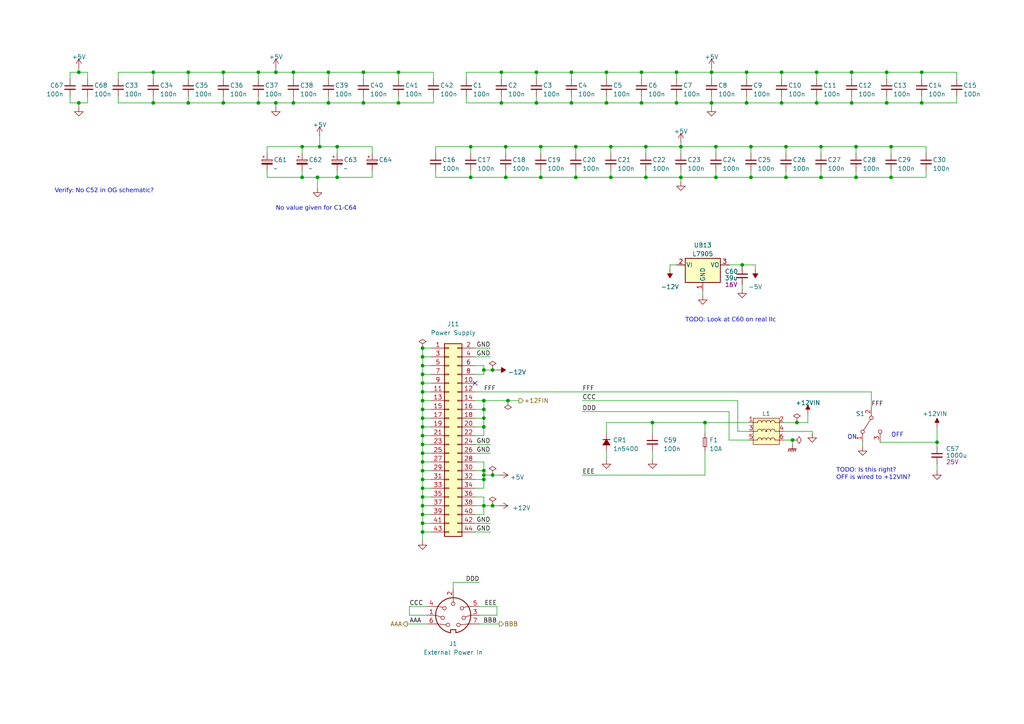
<source format=kicad_sch>
(kicad_sch (version 20230121) (generator eeschema)
  (paper "A4")
  (title_block (title "Power, Switch, Decoupling Caps") (rev "1") (company "bald.ee/bitpreserve") (comment 1 "Apple IIc"))
  (lib_symbols
    (symbol "Apple IIc Schematic Symbols:+12VIN" (power) (pin_names (offset 0))
      (property "Value" "+12VIN" (at 0 3.175 0))
      (symbol "+12VIN_1_1"
        (pin power_in line (at 0 0 90) (length 0) hide (name "+12VIN") (number "1"))
      )
    )
    (symbol "Apple IIc Schematic Symbols:Line_Filter_-_3_Element"
      (property "Reference" "L" (at -1.905 5.08 0))
      (symbol "Line_Filter_-_3_Element_1_1"
        (pin passive line (at -5.08 2.54 0) (length 1.27) (name "") (number "1"))
        (pin passive line (at 5.08 2.54 180) (length 1.27) (name "") (number "2"))
        (pin passive line (at -5.08 0 0) (length 1.27) (name "") (number "3"))
        (pin passive line (at 5.08 0 180) (length 1.27) (name "") (number "4"))
        (pin passive line (at -5.08 -2.54 0) (length 1.27) (name "") (number "5"))
        (pin passive line (at 5.08 -2.54 180) (length 1.27) (name "") (number "6"))
      )
    )
    (symbol "Connector:DIN-7" (pin_names (offset 1.016))
      (property "Reference" "J" (at 3.175 5.715 0))
      (property "Value" "DIN-7" (at 0 -6.604 0))
      (symbol "DIN-7_1_1"
        (pin passive line (at -7.62 0 0) (length 2.54) (name "~") (number "1"))
        (pin passive line (at 0 7.62 270) (length 2.54) (name "~") (number "2"))
        (pin passive line (at 7.62 0 180) (length 2.54) (name "~") (number "3"))
        (pin passive line (at -7.62 2.54 0) (length 2.54) (name "~") (number "4"))
        (pin passive line (at 7.62 2.54 180) (length 2.54) (name "~") (number "5"))
        (pin passive line (at -7.62 -2.54 0) (length 2.54) (name "~") (number "6"))
        (pin passive line (at 7.62 -2.54 180) (length 2.54) (name "~") (number "7"))
      )
    )
    (symbol "Connector_Generic:Conn_02x22_Odd_Even" (pin_names (offset 1.016) hide)
      (property "Reference" "J" (at 1.27 27.94 0))
      (property "Value" "Conn_02x22_Odd_Even" (at 1.27 -30.48 0))
      (symbol "Conn_02x22_Odd_Even_1_1"
        (pin passive line (at -5.08 25.4 0) (length 3.81) (name "Pin_1") (number "1"))
        (pin passive line (at 7.62 15.24 180) (length 3.81) (name "Pin_10") (number "10"))
        (pin passive line (at -5.08 12.7 0) (length 3.81) (name "Pin_11") (number "11"))
        (pin passive line (at 7.62 12.7 180) (length 3.81) (name "Pin_12") (number "12"))
        (pin passive line (at -5.08 10.16 0) (length 3.81) (name "Pin_13") (number "13"))
        (pin passive line (at 7.62 10.16 180) (length 3.81) (name "Pin_14") (number "14"))
        (pin passive line (at -5.08 7.62 0) (length 3.81) (name "Pin_15") (number "15"))
        (pin passive line (at 7.62 7.62 180) (length 3.81) (name "Pin_16") (number "16"))
        (pin passive line (at -5.08 5.08 0) (length 3.81) (name "Pin_17") (number "17"))
        (pin passive line (at 7.62 5.08 180) (length 3.81) (name "Pin_18") (number "18"))
        (pin passive line (at -5.08 2.54 0) (length 3.81) (name "Pin_19") (number "19"))
        (pin passive line (at 7.62 25.4 180) (length 3.81) (name "Pin_2") (number "2"))
        (pin passive line (at 7.62 2.54 180) (length 3.81) (name "Pin_20") (number "20"))
        (pin passive line (at -5.08 0 0) (length 3.81) (name "Pin_21") (number "21"))
        (pin passive line (at 7.62 0 180) (length 3.81) (name "Pin_22") (number "22"))
        (pin passive line (at -5.08 -2.54 0) (length 3.81) (name "Pin_23") (number "23"))
        (pin passive line (at 7.62 -2.54 180) (length 3.81) (name "Pin_24") (number "24"))
        (pin passive line (at -5.08 -5.08 0) (length 3.81) (name "Pin_25") (number "25"))
        (pin passive line (at 7.62 -5.08 180) (length 3.81) (name "Pin_26") (number "26"))
        (pin passive line (at -5.08 -7.62 0) (length 3.81) (name "Pin_27") (number "27"))
        (pin passive line (at 7.62 -7.62 180) (length 3.81) (name "Pin_28") (number "28"))
        (pin passive line (at -5.08 -10.16 0) (length 3.81) (name "Pin_29") (number "29"))
        (pin passive line (at -5.08 22.86 0) (length 3.81) (name "Pin_3") (number "3"))
        (pin passive line (at 7.62 -10.16 180) (length 3.81) (name "Pin_30") (number "30"))
        (pin passive line (at -5.08 -12.7 0) (length 3.81) (name "Pin_31") (number "31"))
        (pin passive line (at 7.62 -12.7 180) (length 3.81) (name "Pin_32") (number "32"))
        (pin passive line (at -5.08 -15.24 0) (length 3.81) (name "Pin_33") (number "33"))
        (pin passive line (at 7.62 -15.24 180) (length 3.81) (name "Pin_34") (number "34"))
        (pin passive line (at -5.08 -17.78 0) (length 3.81) (name "Pin_35") (number "35"))
        (pin passive line (at 7.62 -17.78 180) (length 3.81) (name "Pin_36") (number "36"))
        (pin passive line (at -5.08 -20.32 0) (length 3.81) (name "Pin_37") (number "37"))
        (pin passive line (at 7.62 -20.32 180) (length 3.81) (name "Pin_38") (number "38"))
        (pin passive line (at -5.08 -22.86 0) (length 3.81) (name "Pin_39") (number "39"))
        (pin passive line (at 7.62 22.86 180) (length 3.81) (name "Pin_4") (number "4"))
        (pin passive line (at 7.62 -22.86 180) (length 3.81) (name "Pin_40") (number "40"))
        (pin passive line (at -5.08 -25.4 0) (length 3.81) (name "Pin_41") (number "41"))
        (pin passive line (at 7.62 -25.4 180) (length 3.81) (name "Pin_42") (number "42"))
        (pin passive line (at -5.08 -27.94 0) (length 3.81) (name "Pin_43") (number "43"))
        (pin passive line (at 7.62 -27.94 180) (length 3.81) (name "Pin_44") (number "44"))
        (pin passive line (at -5.08 20.32 0) (length 3.81) (name "Pin_5") (number "5"))
        (pin passive line (at 7.62 20.32 180) (length 3.81) (name "Pin_6") (number "6"))
        (pin passive line (at -5.08 17.78 0) (length 3.81) (name "Pin_7") (number "7"))
        (pin passive line (at 7.62 17.78 180) (length 3.81) (name "Pin_8") (number "8"))
        (pin passive line (at -5.08 15.24 0) (length 3.81) (name "Pin_9") (number "9"))
      )
    )
    (symbol "Device:C_Polarized_Small" (pin_numbers hide) (pin_names (offset 0.254) hide)
      (property "Reference" "C" (at 0.254 1.778 0))
      (property "Value" "C_Polarized_Small" (at 0.254 -2.032 0))
      (symbol "C_Polarized_Small_1_1"
        (pin passive line (at 0 2.54 270) (length 1.8542) (name "~") (number "1"))
        (pin passive line (at 0 -2.54 90) (length 1.8542) (name "~") (number "2"))
      )
    )
    (symbol "Device:C_Small" (pin_numbers hide) (pin_names (offset 0.254) hide)
      (property "Reference" "C" (at 0.254 1.778 0))
      (property "Value" "C_Small" (at 0.254 -2.032 0))
      (symbol "C_Small_1_1"
        (pin passive line (at 0 2.54 270) (length 2.032) (name "~") (number "1"))
        (pin passive line (at 0 -2.54 90) (length 2.032) (name "~") (number "2"))
      )
    )
    (symbol "Device:D_Small_Filled" (pin_numbers hide) (pin_names (offset 0.254) hide)
      (property "Reference" "D" (at -1.27 2.032 0))
      (property "Value" "D_Small_Filled" (at -3.81 -2.032 0))
      (symbol "D_Small_Filled_1_1"
        (pin passive line (at -2.54 0 0) (length 1.778) (name "K") (number "1"))
        (pin passive line (at 2.54 0 180) (length 1.778) (name "A") (number "2"))
      )
    )
    (symbol "Device:Fuse_Small" (pin_numbers hide) (pin_names (offset 0.254) hide)
      (property "Reference" "F" (at 0 -1.524 0))
      (property "Value" "Fuse_Small" (at 0 1.524 0))
      (symbol "Fuse_Small_1_1"
        (pin passive line (at -2.54 0 0) (length 1.27) (name "~") (number "1"))
        (pin passive line (at 2.54 0 180) (length 1.27) (name "~") (number "2"))
      )
    )
    (symbol "Regulator_Linear:L7905" (pin_names (offset 0.254))
      (property "Reference" "U" (at -3.81 -3.175 0))
      (property "Value" "L7905" (at 0 -3.175 0))
      (symbol "L7905_1_1"
        (pin power_in line (at 0 7.62 270) (length 2.54) (name "GND") (number "1"))
        (pin power_in line (at -7.62 0 0) (length 2.54) (name "VI") (number "2"))
        (pin power_out line (at 7.62 0 180) (length 2.54) (name "VO") (number "3"))
      )
    )
    (symbol "Switch:SW_SPDT" (pin_names (offset 0) hide)
      (property "Reference" "SW" (at 0 4.318 0))
      (property "Value" "SW_SPDT" (at 0 -5.08 0))
      (symbol "SW_SPDT_1_1"
        (pin passive line (at 5.08 2.54 180) (length 2.54) (name "A") (number "1"))
        (pin passive line (at -5.08 0 0) (length 2.54) (name "B") (number "2"))
        (pin passive line (at 5.08 -2.54 180) (length 2.54) (name "C") (number "3"))
      )
    )
    (symbol "power:+12V" (power) (pin_names (offset 0))
      (property "Value" "+12V" (at 0 3.556 0))
      (symbol "+12V_1_1"
        (pin power_in line (at 0 0 90) (length 0) hide (name "+12V") (number "1"))
      )
    )
    (symbol "power:+5V" (power) (pin_names (offset 0))
      (property "Value" "+5V" (at 0 3.556 0))
      (symbol "+5V_1_1"
        (pin power_in line (at 0 0 90) (length 0) hide (name "+5V") (number "1"))
      )
    )
    (symbol "power:-12V" (power) (pin_names (offset 0))
      (property "Value" "-12V" (at 0 3.81 0))
      (symbol "-12V_0_0"
        (pin power_in line (at 0 0 90) (length 0) hide (name "-12V") (number "1"))
      )
    )
    (symbol "power:-5V" (power) (pin_names (offset 0))
      (property "Value" "-5V" (at 0 3.81 0))
      (symbol "-5V_0_0"
        (pin power_in line (at 0 0 90) (length 0) hide (name "-5V") (number "1"))
      )
    )
    (symbol "power:GND" (power) (pin_names (offset 0))
      (property "Value" "GND" (at 0 -3.81 0))
      (symbol "GND_1_1"
        (pin power_in line (at 0 0 270) (length 0) hide (name "GND") (number "1"))
      )
    )
    (symbol "power:GNDPWR" (power) (pin_names (offset 0))
      (property "Value" "GNDPWR" (at 0 -3.302 0))
      (symbol "GNDPWR_1_1"
        (pin power_in line (at 0 0 270) (length 0) hide (name "GNDPWR") (number "1"))
      )
    )
    (symbol "power:PWR_FLAG" (power) (pin_numbers hide) (pin_names (offset 0) hide)
      (property "Value" "PWR_FLAG" (at 0 3.81 0))
      (symbol "PWR_FLAG_0_0"
        (pin power_out line (at 0 0 90) (length 0) (name "pwr") (number "1"))
      )
    )
  )
  (junction (at 140.335 116.205))
  (junction (at 248.285 51.435))
  (junction (at 142.875 107.315))
  (junction (at 236.855 20.955))
  (junction (at 146.685 42.545))
  (junction (at 267.335 20.955))
  (junction (at 142.875 137.795))
  (junction (at 122.555 118.745))
  (junction (at 156.845 42.545))
  (junction (at 122.555 131.445))
  (junction (at 189.23 122.555))
  (junction (at 136.525 51.435))
  (junction (at 136.525 42.545))
  (junction (at 155.575 29.845))
  (junction (at 122.555 108.585))
  (junction (at 140.335 123.825))
  (junction (at 196.215 20.955))
  (junction (at 122.555 100.965))
  (junction (at 22.86 29.845))
  (junction (at 85.09 29.845))
  (junction (at 95.25 29.845))
  (junction (at 122.555 151.765))
  (junction (at 122.555 106.045))
  (junction (at 122.555 139.065))
  (junction (at 236.855 29.845))
  (junction (at 80.01 29.845))
  (junction (at 227.965 51.435))
  (junction (at 165.735 20.955))
  (junction (at 175.895 29.845))
  (junction (at 54.61 20.955))
  (junction (at 216.535 20.955))
  (junction (at 206.375 29.845))
  (junction (at 231.14 122.555))
  (junction (at 186.055 20.955))
  (junction (at 122.555 146.685))
  (junction (at 64.77 20.955))
  (junction (at 87.63 51.435))
  (junction (at 145.415 20.955))
  (junction (at 257.175 20.955))
  (junction (at 226.695 29.845))
  (junction (at 267.335 29.845))
  (junction (at 140.335 146.685))
  (junction (at 227.965 42.545))
  (junction (at 177.165 42.545))
  (junction (at 97.79 51.435))
  (junction (at 140.335 121.285))
  (junction (at 226.695 20.955))
  (junction (at 217.805 42.545))
  (junction (at 122.555 126.365))
  (junction (at 147.32 116.205))
  (junction (at 105.41 29.845))
  (junction (at 247.015 29.845))
  (junction (at 140.335 136.525))
  (junction (at 196.215 29.845))
  (junction (at 175.895 20.955))
  (junction (at 186.055 29.845))
  (junction (at 44.45 29.845))
  (junction (at 229.87 127.635))
  (junction (at 217.805 51.435))
  (junction (at 204.47 122.555))
  (junction (at 74.93 20.955))
  (junction (at 22.86 20.955))
  (junction (at 146.685 51.435))
  (junction (at 64.77 29.845))
  (junction (at 248.285 42.545))
  (junction (at 74.93 29.845))
  (junction (at 92.075 51.435))
  (junction (at 115.57 20.955))
  (junction (at 140.335 118.745))
  (junction (at 258.445 42.545))
  (junction (at 140.335 107.315))
  (junction (at 155.575 20.955))
  (junction (at 142.875 146.685))
  (junction (at 216.535 29.845))
  (junction (at 122.555 136.525))
  (junction (at 177.165 51.435))
  (junction (at 197.485 51.435))
  (junction (at 271.78 128.27))
  (junction (at 54.61 29.845))
  (junction (at 80.01 20.955))
  (junction (at 122.555 121.285))
  (junction (at 122.555 128.905))
  (junction (at 122.555 144.145))
  (junction (at 238.125 42.545))
  (junction (at 115.57 29.845))
  (junction (at 258.445 51.435))
  (junction (at 92.71 42.545))
  (junction (at 140.335 139.065))
  (junction (at 167.005 51.435))
  (junction (at 122.555 149.225))
  (junction (at 122.555 116.205))
  (junction (at 257.175 29.845))
  (junction (at 206.375 20.955))
  (junction (at 122.555 123.825))
  (junction (at 122.555 111.125))
  (junction (at 187.325 51.435))
  (junction (at 97.79 42.545))
  (junction (at 85.09 20.955))
  (junction (at 122.555 154.305))
  (junction (at 238.125 51.435))
  (junction (at 165.735 29.845))
  (junction (at 207.645 51.435))
  (junction (at 122.555 103.505))
  (junction (at 247.015 20.955))
  (junction (at 156.845 51.435))
  (junction (at 207.645 42.545))
  (junction (at 187.325 42.545))
  (junction (at 44.45 20.955))
  (junction (at 87.63 42.545))
  (junction (at 197.485 42.545))
  (junction (at 122.555 141.605))
  (junction (at 122.555 113.665))
  (junction (at 215.265 76.835))
  (junction (at 145.415 29.845))
  (junction (at 122.555 133.985))
  (junction (at 95.25 20.955))
  (junction (at 140.335 137.795))
  (junction (at 105.41 20.955))
  (junction (at 167.005 42.545))
  (no_connect (at 137.795 111.125))
  (wire (pts (xy 139.065 175.895) (xy 144.145 175.895)))
  (wire (pts (xy 177.165 51.435) (xy 187.325 51.435)))
  (wire (pts (xy 122.555 154.305) (xy 125.095 154.305)))
  (wire (pts (xy 34.29 20.955) (xy 44.45 20.955)))
  (wire (pts (xy 137.795 118.745) (xy 140.335 118.745)))
  (wire (pts (xy 125.73 29.845) (xy 125.73 27.94)))
  (wire (pts (xy 140.335 108.585) (xy 137.795 108.585)))
  (wire (pts (xy 226.695 20.955) (xy 236.855 20.955)))
  (wire (pts (xy 140.335 106.045) (xy 140.335 107.315)))
  (wire (pts (xy 22.86 20.955) (xy 25.4 20.955)))
  (wire (pts (xy 122.555 126.365) (xy 125.095 126.365)))
  (wire (pts (xy 167.005 51.435) (xy 177.165 51.435)))
  (wire (pts (xy 126.365 49.53) (xy 126.365 51.435)))
  (wire (pts (xy 137.795 116.205) (xy 140.335 116.205)))
  (wire (pts (xy 20.32 20.955) (xy 22.86 20.955)))
  (wire (pts (xy 122.555 108.585) (xy 122.555 111.125)))
  (wire (pts (xy 122.555 133.985) (xy 122.555 136.525)))
  (wire (pts (xy 229.87 127.635) (xy 229.87 128.905)))
  (wire (pts (xy 255.27 128.27) (xy 271.78 128.27)))
  (wire (pts (xy 118.745 175.895) (xy 118.745 178.435)))
  (wire (pts (xy 92.71 42.545) (xy 97.79 42.545)))
  (wire (pts (xy 122.555 100.965) (xy 125.095 100.965)))
  (wire (pts (xy 177.165 42.545) (xy 187.325 42.545)))
  (wire (pts (xy 92.075 51.435) (xy 97.79 51.435)))
  (wire (pts (xy 122.555 139.065) (xy 122.555 141.605)))
  (wire (pts (xy 44.45 29.845) (xy 54.61 29.845)))
  (wire (pts (xy 105.41 29.845) (xy 105.41 27.94)))
  (wire (pts (xy 25.4 29.845) (xy 25.4 27.94)))
  (wire (pts (xy 204.47 122.555) (xy 189.23 122.555)))
  (wire (pts (xy 64.77 29.845) (xy 74.93 29.845)))
  (wire (pts (xy 118.745 178.435) (xy 123.825 178.435)))
  (wire (pts (xy 216.535 29.845) (xy 226.695 29.845)))
  (wire (pts (xy 92.71 39.37) (xy 92.71 42.545)))
  (wire (pts (xy 187.325 51.435) (xy 197.485 51.435)))
  (wire (pts (xy 211.455 127.635) (xy 211.455 119.38)))
  (wire (pts (xy 122.555 128.905) (xy 125.095 128.905)))
  (wire (pts (xy 122.555 146.685) (xy 122.555 149.225)))
  (wire (pts (xy 155.575 20.955) (xy 155.575 22.86)))
  (wire (pts (xy 105.41 20.955) (xy 115.57 20.955)))
  (wire (pts (xy 136.525 51.435) (xy 146.685 51.435)))
  (wire (pts (xy 95.25 29.845) (xy 95.25 27.94)))
  (wire (pts (xy 165.735 20.955) (xy 175.895 20.955)))
  (wire (pts (xy 142.875 146.685) (xy 144.78 146.685)))
  (wire (pts (xy 197.485 42.545) (xy 207.645 42.545)))
  (wire (pts (xy 131.445 168.91) (xy 139.065 168.91)))
  (wire (pts (xy 122.555 123.825) (xy 122.555 126.365)))
  (wire (pts (xy 145.415 20.955) (xy 145.415 22.86)))
  (wire (pts (xy 140.335 107.315) (xy 142.875 107.315)))
  (wire (pts (xy 122.555 139.065) (xy 125.095 139.065)))
  (wire (pts (xy 186.055 29.845) (xy 196.215 29.845)))
  (wire (pts (xy 122.555 106.045) (xy 122.555 108.585)))
  (wire (pts (xy 85.09 29.845) (xy 85.09 27.94)))
  (wire (pts (xy 137.795 133.985) (xy 140.335 133.985)))
  (wire (pts (xy 97.79 42.545) (xy 97.79 44.45)))
  (wire (pts (xy 145.415 20.955) (xy 155.575 20.955)))
  (wire (pts (xy 216.535 20.955) (xy 226.695 20.955)))
  (wire (pts (xy 122.555 116.205) (xy 122.555 118.745)))
  (wire (pts (xy 175.895 20.955) (xy 186.055 20.955)))
  (wire (pts (xy 126.365 42.545) (xy 126.365 44.45)))
  (wire (pts (xy 34.29 29.845) (xy 34.29 27.94)))
  (wire (pts (xy 175.895 130.81) (xy 175.895 133.35)))
  (wire (pts (xy 64.77 20.955) (xy 64.77 22.86)))
  (wire (pts (xy 122.555 151.765) (xy 122.555 154.305)))
  (wire (pts (xy 140.335 141.605) (xy 140.335 139.065)))
  (wire (pts (xy 137.795 113.665) (xy 252.73 113.665)))
  (wire (pts (xy 122.555 111.125) (xy 125.095 111.125)))
  (wire (pts (xy 135.255 29.845) (xy 145.415 29.845)))
  (wire (pts (xy 140.335 116.205) (xy 147.32 116.205)))
  (wire (pts (xy 247.015 20.955) (xy 257.175 20.955)))
  (wire (pts (xy 227.33 122.555) (xy 231.14 122.555)))
  (wire (pts (xy 277.495 20.955) (xy 277.495 22.86)))
  (wire (pts (xy 115.57 20.955) (xy 115.57 22.86)))
  (wire (pts (xy 137.795 121.285) (xy 140.335 121.285)))
  (wire (pts (xy 131.445 170.815) (xy 131.445 168.91)))
  (wire (pts (xy 122.555 106.045) (xy 125.095 106.045)))
  (wire (pts (xy 122.555 123.825) (xy 125.095 123.825)))
  (wire (pts (xy 197.485 51.435) (xy 207.645 51.435)))
  (wire (pts (xy 207.645 42.545) (xy 207.645 44.45)))
  (wire (pts (xy 122.555 121.285) (xy 125.095 121.285)))
  (wire (pts (xy 204.47 122.555) (xy 204.47 125.73)))
  (wire (pts (xy 217.17 122.555) (xy 204.47 122.555)))
  (wire (pts (xy 140.335 146.685) (xy 140.335 149.225)))
  (wire (pts (xy 118.11 180.975) (xy 123.825 180.975)))
  (wire (pts (xy 189.23 130.81) (xy 189.23 133.35)))
  (wire (pts (xy 156.845 51.435) (xy 167.005 51.435)))
  (wire (pts (xy 140.335 107.315) (xy 140.335 108.585)))
  (wire (pts (xy 156.845 42.545) (xy 156.845 44.45)))
  (wire (pts (xy 122.555 141.605) (xy 125.095 141.605)))
  (wire (pts (xy 215.265 76.835) (xy 219.075 76.835)))
  (wire (pts (xy 122.555 118.745) (xy 125.095 118.745)))
  (wire (pts (xy 142.875 137.795) (xy 140.335 137.795)))
  (wire (pts (xy 226.695 29.845) (xy 236.855 29.845)))
  (wire (pts (xy 144.78 180.975) (xy 139.065 180.975)))
  (wire (pts (xy 236.855 29.845) (xy 247.015 29.845)))
  (wire (pts (xy 177.165 49.53) (xy 177.165 51.435)))
  (wire (pts (xy 175.895 29.845) (xy 186.055 29.845)))
  (wire (pts (xy 227.965 42.545) (xy 227.965 44.45)))
  (wire (pts (xy 74.93 29.845) (xy 74.93 27.94)))
  (wire (pts (xy 194.31 76.835) (xy 194.31 78.105)))
  (wire (pts (xy 267.335 29.845) (xy 277.495 29.845)))
  (wire (pts (xy 206.375 19.685) (xy 206.375 20.955)))
  (wire (pts (xy 207.645 42.545) (xy 217.805 42.545)))
  (wire (pts (xy 234.315 122.555) (xy 234.315 120.015)))
  (wire (pts (xy 22.86 29.845) (xy 25.4 29.845)))
  (wire (pts (xy 122.555 141.605) (xy 122.555 144.145)))
  (wire (pts (xy 238.125 42.545) (xy 248.285 42.545)))
  (wire (pts (xy 268.605 42.545) (xy 268.605 44.45)))
  (wire (pts (xy 268.605 51.435) (xy 268.605 49.53)))
  (wire (pts (xy 215.265 76.835) (xy 215.265 77.47)))
  (wire (pts (xy 54.61 20.955) (xy 54.61 22.86)))
  (wire (pts (xy 122.555 151.765) (xy 125.095 151.765)))
  (wire (pts (xy 144.78 137.795) (xy 142.875 137.795)))
  (wire (pts (xy 122.555 111.125) (xy 122.555 113.665)))
  (wire (pts (xy 107.95 49.53) (xy 107.95 51.435)))
  (wire (pts (xy 267.335 27.94) (xy 267.335 29.845)))
  (wire (pts (xy 248.285 51.435) (xy 258.445 51.435)))
  (wire (pts (xy 20.32 27.94) (xy 20.32 29.845)))
  (wire (pts (xy 146.685 42.545) (xy 146.685 44.45)))
  (wire (pts (xy 25.4 20.955) (xy 25.4 22.86)))
  (wire (pts (xy 271.78 128.27) (xy 271.78 129.54)))
  (wire (pts (xy 34.29 20.955) (xy 34.29 22.86)))
  (wire (pts (xy 74.93 29.845) (xy 80.01 29.845)))
  (wire (pts (xy 125.73 20.955) (xy 125.73 22.86)))
  (wire (pts (xy 77.47 42.545) (xy 77.47 44.45)))
  (wire (pts (xy 187.325 49.53) (xy 187.325 51.435)))
  (wire (pts (xy 196.215 20.955) (xy 196.215 22.86)))
  (wire (pts (xy 250.19 128.27) (xy 250.19 129.54)))
  (wire (pts (xy 87.63 49.53) (xy 87.63 51.435)))
  (wire (pts (xy 44.45 20.955) (xy 44.45 22.86)))
  (wire (pts (xy 167.005 42.545) (xy 167.005 44.45)))
  (wire (pts (xy 236.855 20.955) (xy 236.855 22.86)))
  (wire (pts (xy 97.79 51.435) (xy 107.95 51.435)))
  (wire (pts (xy 126.365 42.545) (xy 136.525 42.545)))
  (wire (pts (xy 97.79 42.545) (xy 107.95 42.545)))
  (wire (pts (xy 167.005 49.53) (xy 167.005 51.435)))
  (wire (pts (xy 115.57 20.955) (xy 125.73 20.955)))
  (wire (pts (xy 135.255 20.955) (xy 145.415 20.955)))
  (wire (pts (xy 247.015 29.845) (xy 257.175 29.845)))
  (wire (pts (xy 168.91 116.205) (xy 213.995 116.205)))
  (wire (pts (xy 64.77 20.955) (xy 74.93 20.955)))
  (wire (pts (xy 34.29 29.845) (xy 44.45 29.845)))
  (wire (pts (xy 236.855 20.955) (xy 247.015 20.955)))
  (wire (pts (xy 277.495 29.845) (xy 277.495 27.94)))
  (wire (pts (xy 137.795 151.765) (xy 142.24 151.765)))
  (wire (pts (xy 140.335 146.685) (xy 142.875 146.685)))
  (wire (pts (xy 95.25 29.845) (xy 105.41 29.845)))
  (wire (pts (xy 122.555 149.225) (xy 125.095 149.225)))
  (wire (pts (xy 155.575 29.845) (xy 165.735 29.845)))
  (wire (pts (xy 95.25 20.955) (xy 105.41 20.955)))
  (wire (pts (xy 258.445 51.435) (xy 268.605 51.435)))
  (wire (pts (xy 217.805 42.545) (xy 217.805 44.45)))
  (wire (pts (xy 197.485 41.275) (xy 197.485 42.545)))
  (wire (pts (xy 206.375 29.845) (xy 206.375 31.115)))
  (wire (pts (xy 137.795 139.065) (xy 140.335 139.065)))
  (wire (pts (xy 137.795 154.305) (xy 142.24 154.305)))
  (wire (pts (xy 142.875 107.315) (xy 144.145 107.315)))
  (wire (pts (xy 107.95 42.545) (xy 107.95 44.45)))
  (wire (pts (xy 137.795 103.505) (xy 142.24 103.505)))
  (wire (pts (xy 189.23 122.555) (xy 175.895 122.555)))
  (wire (pts (xy 74.93 20.955) (xy 80.01 20.955)))
  (wire (pts (xy 140.335 136.525) (xy 140.335 137.795)))
  (wire (pts (xy 64.77 29.845) (xy 64.77 27.94)))
  (wire (pts (xy 238.125 42.545) (xy 238.125 44.45)))
  (wire (pts (xy 236.855 27.94) (xy 236.855 29.845)))
  (wire (pts (xy 257.175 27.94) (xy 257.175 29.845)))
  (wire (pts (xy 87.63 42.545) (xy 87.63 44.45)))
  (wire (pts (xy 20.32 20.955) (xy 20.32 22.86)))
  (wire (pts (xy 156.845 42.545) (xy 167.005 42.545)))
  (wire (pts (xy 85.09 20.955) (xy 95.25 20.955)))
  (wire (pts (xy 186.055 20.955) (xy 196.215 20.955)))
  (wire (pts (xy 196.215 76.835) (xy 194.31 76.835)))
  (wire (pts (xy 87.63 51.435) (xy 92.075 51.435)))
  (wire (pts (xy 122.555 121.285) (xy 122.555 123.825)))
  (wire (pts (xy 186.055 27.94) (xy 186.055 29.845)))
  (wire (pts (xy 238.125 51.435) (xy 248.285 51.435)))
  (wire (pts (xy 92.075 51.435) (xy 92.075 54.61)))
  (wire (pts (xy 140.335 123.825) (xy 140.335 126.365)))
  (wire (pts (xy 122.555 126.365) (xy 122.555 128.905)))
  (wire (pts (xy 146.685 49.53) (xy 146.685 51.435)))
  (wire (pts (xy 137.795 141.605) (xy 140.335 141.605)))
  (wire (pts (xy 95.25 20.955) (xy 95.25 22.86)))
  (wire (pts (xy 77.47 49.53) (xy 77.47 51.435)))
  (wire (pts (xy 186.055 20.955) (xy 186.055 22.86)))
  (wire (pts (xy 147.32 116.205) (xy 150.495 116.205)))
  (wire (pts (xy 140.335 144.145) (xy 140.335 146.685)))
  (wire (pts (xy 137.795 149.225) (xy 140.335 149.225)))
  (wire (pts (xy 115.57 29.845) (xy 115.57 27.94)))
  (wire (pts (xy 122.555 131.445) (xy 122.555 133.985)))
  (wire (pts (xy 248.285 49.53) (xy 248.285 51.435)))
  (wire (pts (xy 271.78 134.62) (xy 271.78 136.525)))
  (wire (pts (xy 204.47 130.81) (xy 204.47 137.795)))
  (wire (pts (xy 211.455 76.835) (xy 215.265 76.835)))
  (wire (pts (xy 247.015 20.955) (xy 247.015 22.86)))
  (wire (pts (xy 135.255 20.955) (xy 135.255 22.86)))
  (wire (pts (xy 85.09 29.845) (xy 95.25 29.845)))
  (wire (pts (xy 122.555 103.505) (xy 125.095 103.505)))
  (wire (pts (xy 140.335 121.285) (xy 140.335 123.825)))
  (wire (pts (xy 145.415 27.94) (xy 145.415 29.845)))
  (wire (pts (xy 165.735 29.845) (xy 175.895 29.845)))
  (wire (pts (xy 105.41 29.845) (xy 115.57 29.845)))
  (wire (pts (xy 122.555 144.145) (xy 125.095 144.145)))
  (wire (pts (xy 227.33 127.635) (xy 229.87 127.635)))
  (wire (pts (xy 216.535 27.94) (xy 216.535 29.845)))
  (wire (pts (xy 196.215 27.94) (xy 196.215 29.845)))
  (wire (pts (xy 122.555 108.585) (xy 125.095 108.585)))
  (wire (pts (xy 122.555 113.665) (xy 122.555 116.205)))
  (wire (pts (xy 257.175 20.955) (xy 267.335 20.955)))
  (wire (pts (xy 77.47 42.545) (xy 87.63 42.545)))
  (wire (pts (xy 155.575 20.955) (xy 165.735 20.955)))
  (wire (pts (xy 167.005 42.545) (xy 177.165 42.545)))
  (wire (pts (xy 122.555 100.965) (xy 122.555 103.505)))
  (wire (pts (xy 137.795 126.365) (xy 140.335 126.365)))
  (wire (pts (xy 80.01 19.685) (xy 80.01 20.955)))
  (wire (pts (xy 115.57 29.845) (xy 125.73 29.845)))
  (wire (pts (xy 258.445 49.53) (xy 258.445 51.435)))
  (wire (pts (xy 54.61 20.955) (xy 64.77 20.955)))
  (wire (pts (xy 122.555 136.525) (xy 122.555 139.065)))
  (wire (pts (xy 217.805 51.435) (xy 227.965 51.435)))
  (wire (pts (xy 146.685 51.435) (xy 156.845 51.435)))
  (wire (pts (xy 137.795 100.965) (xy 142.24 100.965)))
  (wire (pts (xy 74.93 20.955) (xy 74.93 22.86)))
  (wire (pts (xy 80.01 29.845) (xy 80.01 31.115)))
  (wire (pts (xy 20.32 29.845) (xy 22.86 29.845)))
  (wire (pts (xy 80.01 20.955) (xy 85.09 20.955)))
  (wire (pts (xy 177.165 42.545) (xy 177.165 44.45)))
  (wire (pts (xy 122.555 131.445) (xy 125.095 131.445)))
  (wire (pts (xy 213.995 116.205) (xy 213.995 125.095)))
  (wire (pts (xy 122.555 146.685) (xy 125.095 146.685)))
  (wire (pts (xy 207.645 51.435) (xy 217.805 51.435)))
  (wire (pts (xy 197.485 51.435) (xy 197.485 52.705)))
  (wire (pts (xy 136.525 42.545) (xy 146.685 42.545)))
  (wire (pts (xy 207.645 49.53) (xy 207.645 51.435)))
  (wire (pts (xy 137.795 128.905) (xy 142.24 128.905)))
  (wire (pts (xy 203.835 84.455) (xy 203.835 85.725)))
  (wire (pts (xy 137.795 146.685) (xy 140.335 146.685)))
  (wire (pts (xy 226.695 20.955) (xy 226.695 22.86)))
  (wire (pts (xy 267.335 20.955) (xy 277.495 20.955)))
  (wire (pts (xy 122.555 128.905) (xy 122.555 131.445)))
  (wire (pts (xy 155.575 27.94) (xy 155.575 29.845)))
  (wire (pts (xy 122.555 149.225) (xy 122.555 151.765)))
  (wire (pts (xy 271.78 123.825) (xy 271.78 128.27)))
  (wire (pts (xy 213.995 125.095) (xy 217.17 125.095)))
  (wire (pts (xy 206.375 27.94) (xy 206.375 29.845)))
  (wire (pts (xy 156.845 49.53) (xy 156.845 51.435)))
  (wire (pts (xy 168.91 137.795) (xy 204.47 137.795)))
  (wire (pts (xy 206.375 20.955) (xy 206.375 22.86)))
  (wire (pts (xy 216.535 20.955) (xy 216.535 22.86)))
  (wire (pts (xy 187.325 42.545) (xy 187.325 44.45)))
  (wire (pts (xy 175.895 122.555) (xy 175.895 125.73)))
  (wire (pts (xy 217.805 49.53) (xy 217.805 51.435)))
  (wire (pts (xy 122.555 154.305) (xy 122.555 156.845)))
  (wire (pts (xy 97.79 49.53) (xy 97.79 51.435)))
  (wire (pts (xy 122.555 116.205) (xy 125.095 116.205)))
  (wire (pts (xy 140.335 137.795) (xy 140.335 139.065)))
  (wire (pts (xy 140.335 133.985) (xy 140.335 136.525)))
  (wire (pts (xy 136.525 42.545) (xy 136.525 44.45)))
  (wire (pts (xy 136.525 49.53) (xy 136.525 51.435)))
  (wire (pts (xy 175.895 27.94) (xy 175.895 29.845)))
  (wire (pts (xy 267.335 20.955) (xy 267.335 22.86)))
  (wire (pts (xy 144.145 175.895) (xy 144.145 178.435)))
  (wire (pts (xy 44.45 29.845) (xy 44.45 27.94)))
  (wire (pts (xy 87.63 42.545) (xy 92.71 42.545)))
  (wire (pts (xy 227.965 42.545) (xy 238.125 42.545)))
  (wire (pts (xy 206.375 20.955) (xy 216.535 20.955)))
  (wire (pts (xy 85.09 20.955) (xy 85.09 22.86)))
  (wire (pts (xy 122.555 144.145) (xy 122.555 146.685)))
  (wire (pts (xy 140.335 116.205) (xy 140.335 118.745)))
  (wire (pts (xy 105.41 20.955) (xy 105.41 22.86)))
  (wire (pts (xy 215.265 82.55) (xy 215.265 83.82)))
  (wire (pts (xy 252.73 113.665) (xy 252.73 118.11)))
  (wire (pts (xy 145.415 29.845) (xy 155.575 29.845)))
  (wire (pts (xy 235.585 125.095) (xy 235.585 125.73)))
  (wire (pts (xy 258.445 42.545) (xy 268.605 42.545)))
  (wire (pts (xy 168.91 119.38) (xy 211.455 119.38)))
  (wire (pts (xy 227.965 51.435) (xy 238.125 51.435)))
  (wire (pts (xy 122.555 136.525) (xy 125.095 136.525)))
  (wire (pts (xy 122.555 103.505) (xy 122.555 106.045)))
  (wire (pts (xy 122.555 133.985) (xy 125.095 133.985)))
  (wire (pts (xy 140.335 118.745) (xy 140.335 121.285)))
  (wire (pts (xy 135.255 27.94) (xy 135.255 29.845)))
  (wire (pts (xy 206.375 29.845) (xy 216.535 29.845)))
  (wire (pts (xy 217.805 42.545) (xy 227.965 42.545)))
  (wire (pts (xy 22.86 19.685) (xy 22.86 20.955)))
  (wire (pts (xy 54.61 29.845) (xy 54.61 27.94)))
  (wire (pts (xy 258.445 42.545) (xy 258.445 44.45)))
  (wire (pts (xy 187.325 42.545) (xy 197.485 42.545)))
  (wire (pts (xy 137.795 136.525) (xy 140.335 136.525)))
  (wire (pts (xy 165.735 20.955) (xy 165.735 22.86)))
  (wire (pts (xy 248.285 42.545) (xy 258.445 42.545)))
  (wire (pts (xy 137.795 131.445) (xy 142.24 131.445)))
  (wire (pts (xy 54.61 29.845) (xy 64.77 29.845)))
  (wire (pts (xy 217.17 127.635) (xy 211.455 127.635)))
  (wire (pts (xy 197.485 49.53) (xy 197.485 51.435)))
  (wire (pts (xy 123.825 175.895) (xy 118.745 175.895)))
  (wire (pts (xy 144.145 178.435) (xy 139.065 178.435)))
  (wire (pts (xy 77.47 51.435) (xy 87.63 51.435)))
  (wire (pts (xy 231.14 122.555) (xy 234.315 122.555)))
  (wire (pts (xy 44.45 20.955) (xy 54.61 20.955)))
  (wire (pts (xy 137.795 144.145) (xy 140.335 144.145)))
  (wire (pts (xy 122.555 118.745) (xy 122.555 121.285)))
  (wire (pts (xy 175.895 20.955) (xy 175.895 22.86)))
  (wire (pts (xy 165.735 27.94) (xy 165.735 29.845)))
  (wire (pts (xy 146.685 42.545) (xy 156.845 42.545)))
  (wire (pts (xy 257.175 29.845) (xy 267.335 29.845)))
  (wire (pts (xy 248.285 42.545) (xy 248.285 44.45)))
  (wire (pts (xy 238.125 49.53) (xy 238.125 51.435)))
  (wire (pts (xy 80.01 29.845) (xy 85.09 29.845)))
  (wire (pts (xy 22.86 29.845) (xy 22.86 31.115)))
  (wire (pts (xy 137.795 123.825) (xy 140.335 123.825)))
  (wire (pts (xy 226.695 27.94) (xy 226.695 29.845)))
  (wire (pts (xy 189.23 122.555) (xy 189.23 125.73)))
  (wire (pts (xy 126.365 51.435) (xy 136.525 51.435)))
  (wire (pts (xy 219.075 76.835) (xy 219.075 78.105)))
  (wire (pts (xy 257.175 20.955) (xy 257.175 22.86)))
  (wire (pts (xy 122.555 113.665) (xy 125.095 113.665)))
  (wire (pts (xy 227.33 125.095) (xy 235.585 125.095)))
  (wire (pts (xy 137.795 106.045) (xy 140.335 106.045)))
  (wire (pts (xy 196.215 29.845) (xy 206.375 29.845)))
  (wire (pts (xy 247.015 27.94) (xy 247.015 29.845)))
  (wire (pts (xy 196.215 20.955) (xy 206.375 20.955)))
  (wire (pts (xy 227.965 49.53) (xy 227.965 51.435)))
  (wire (pts (xy 197.485 42.545) (xy 197.485 44.45)))
  (text "ON" (at 245.745 127.635 0) (effects (font (size 1.27 1.27)) (justify left bottom)))
  (text "No value given for C1-C64" (at 80.01 61.595 0) (effects (font (size 1.27 1.27)) (justify left bottom)))
  (text "OFF" (at 258.445 127 0) (effects (font (size 1.27 1.27)) (justify left bottom)))
  (text "TODO: Is this right? \nOFF is wired to +12VIN?" (at 242.57 139.7 0) (effects (font (size 1.27 1.27)) (justify left bottom)))
  (text "TODO: Look at C60 on real IIc" (at 198.755 93.98 0) (effects (font (size 1.27 1.27)) (justify left bottom)))
  (text "Verify: No C52 in OG schematic?" (at 15.875 56.515 0) (effects (font (size 1.27 1.27)) (justify left bottom)))
  (label "EEE" (at 168.91 137.795 0))
  (label "GND" (at 142.24 128.905 180))
  (label "DDD" (at 168.91 119.38 0))
  (label "AAA" (at 118.745 180.975 0))
  (label "FFF" (at 252.73 118.11 0))
  (label "BBB" (at 144.145 180.975 180))
  (label "EEE" (at 144.145 175.895 180))
  (label "GND" (at 142.24 100.965 180))
  (label "CCC" (at 118.745 175.895 0))
  (label "GND" (at 142.24 131.445 180))
  (label "CCC" (at 168.91 116.205 0))
  (label "FFF" (at 168.91 113.665 0))
  (label "DDD" (at 139.065 168.91 180))
  (label "FFF" (at 140.335 113.665 0))
  (label "GND" (at 142.24 151.765 180))
  (label "GND" (at 142.24 154.305 180))
  (label "GND" (at 142.24 103.505 180))
  (hierarchical_label "AAA" (shape output) (at 118.11 180.975 180))
  (hierarchical_label "+12FIN" (shape output) (at 150.495 116.205 0))
  (hierarchical_label "BBB" (shape output) (at 144.78 180.975 0))
  (symbol (lib_id "power:+5V") (at 22.86 19.685 0) (unit 1)
    (property "Reference" "#PWR080" (effects hide))
    (property "Value" "+5V" (at 22.86 16.51 0))
  )
  (symbol (lib_id "Device:C_Small") (at 54.61 25.4 0) (unit 1)
    (property "Reference" "C35" (at 56.515 24.765 0) (effects (justify left)))
    (property "Value" "100n" (at 56.515 27.305 0) (effects (justify left)))
  )
  (symbol (lib_id "Device:C_Small") (at 277.495 25.4 0) (unit 1)
    (property "Reference" "C15" (at 279.4 24.765 0) (effects (justify left)))
    (property "Value" "100n" (at 279.4 27.305 0) (effects (justify left)))
  )
  (symbol (lib_id "Device:C_Small") (at 74.93 25.4 0) (unit 1)
    (property "Reference" "C37" (at 76.835 24.765 0) (effects (justify left)))
    (property "Value" "100n" (at 76.835 27.305 0) (effects (justify left)))
  )
  (symbol (lib_id "Device:C_Polarized_Small") (at 107.95 46.99 0) (unit 1)
    (property "Reference" "C64" (at 109.855 46.355 0) (effects (justify left)))
  )
  (symbol (lib_id "Device:C_Small") (at 34.29 25.4 0) (unit 1)
    (property "Reference" "C33" (at 36.195 24.765 0) (effects (justify left)))
    (property "Value" "100n" (at 36.195 27.305 0) (effects (justify left)))
  )
  (symbol (lib_id "Connector:DIN-7") (at 131.445 178.435 0) (unit 1)
    (property "Reference" "J1" (at 131.4451 186.69 0))
    (property "Value" "External Power In" (at 131.4451 189.23 0))
    (property "Datasheet" "http://www.mouser.com/ds/2/18/40_c091_abd_e-75918.pdf" (effects hide))
  )
  (symbol (lib_id "Device:C_Small") (at 207.645 46.99 0) (unit 1)
    (property "Reference" "C24" (at 209.55 46.355 0) (effects (justify left)))
    (property "Value" "100n" (at 209.55 48.895 0) (effects (justify left)))
  )
  (symbol (lib_id "Device:C_Small") (at 226.695 25.4 0) (unit 1)
    (property "Reference" "C10" (at 228.6 24.765 0) (effects (justify left)))
    (property "Value" "100n" (at 228.6 27.305 0) (effects (justify left)))
  )
  (symbol (lib_id "power:GND") (at 203.835 85.725 0) (unit 1)
    (property "Reference" "#PWR049" (effects hide))
    (property "Value" "GND" (effects hide))
    (instances (project "Apple IIc" (path "" (reference "#PWR049") (unit 1)) (path "" (reference "#PWR048") (unit 1))))
  )
  (symbol (lib_id "Device:C_Small") (at 236.855 25.4 0) (unit 1)
    (property "Reference" "C11" (at 238.76 24.765 0) (effects (justify left)))
    (property "Value" "100n" (at 238.76 27.305 0) (effects (justify left)))
  )
  (symbol (lib_id "power:PWR_FLAG") (at 122.555 100.965 0) (unit 1)
    (property "Reference" "#FLG03" (effects hide))
    (property "Value" "PWR_FLAG" (effects hide))
  )
  (symbol (lib_id "Device:C_Small") (at 238.125 46.99 0) (unit 1)
    (property "Reference" "C27" (at 240.03 46.355 0) (effects (justify left)))
    (property "Value" "100n" (at 240.03 48.895 0) (effects (justify left)))
  )
  (symbol (lib_id "Device:C_Small") (at 187.325 46.99 0) (unit 1)
    (property "Reference" "C22" (at 189.23 46.355 0) (effects (justify left)))
    (property "Value" "100n" (at 189.23 48.895 0) (effects (justify left)))
  )
  (symbol (lib_id "Device:C_Small") (at 189.23 128.27 0) (unit 1)
    (property "Reference" "C59" (at 192.405 127.6413 0) (effects (justify left)))
    (property "Value" "100n" (at 192.405 130.1813 0) (effects (justify left)))
    (instances (project "Apple IIc" (path "" (reference "C59") (unit 1)) (path "" (reference "C48") (unit 1))))
  )
  (symbol (lib_id "Device:C_Small") (at 115.57 25.4 0) (unit 1)
    (property "Reference" "C41" (at 117.475 24.765 0) (effects (justify left)))
    (property "Value" "100n" (at 117.475 27.305 0) (effects (justify left)))
  )
  (symbol (lib_id "Device:C_Small") (at 165.735 25.4 0) (unit 1)
    (property "Reference" "C4" (at 167.64 24.765 0) (effects (justify left)))
    (property "Value" "100n" (at 167.64 27.305 0) (effects (justify left)))
  )
  (symbol (lib_id "Device:C_Small") (at 186.055 25.4 0) (unit 1)
    (property "Reference" "C6" (at 187.96 24.765 0) (effects (justify left)))
    (property "Value" "100n" (at 187.96 27.305 0) (effects (justify left)))
  )
  (symbol (lib_id "Device:C_Small") (at 248.285 46.99 0) (unit 1)
    (property "Reference" "C28" (at 250.19 46.355 0) (effects (justify left)))
    (property "Value" "100n" (at 250.19 48.895 0) (effects (justify left)))
  )
  (symbol (lib_id "Device:C_Small") (at 177.165 46.99 0) (unit 1)
    (property "Reference" "C21" (at 179.07 46.355 0) (effects (justify left)))
    (property "Value" "100n" (at 179.07 48.895 0) (effects (justify left)))
  )
  (symbol (lib_id "power:-5V") (at 219.075 78.105 180) (unit 1)
    (property "Reference" "#PWR048" (effects hide))
    (property "Value" "-5V" (at 219.075 83.185 0))
    (instances (project "Apple IIc" (path "" (reference "#PWR048") (unit 1)) (path "" (reference "#PWR050") (unit 1))))
  )
  (symbol (lib_id "Device:Fuse_Small") (at 204.47 128.27 90) (unit 1)
    (property "Reference" "F1" (at 205.74 127.635 90) (effects (justify right)))
    (property "Value" "10A" (at 205.74 130.175 90) (effects (justify right)))
  )
  (symbol (lib_id "Device:C_Polarized_Small") (at 87.63 46.99 0) (unit 1)
    (property "Reference" "C62" (at 89.535 46.355 0) (effects (justify left)))
    (property "Value" "~" (at 89.535 48.895 0) (effects (justify left)))
  )
  (symbol (lib_id "power:GND") (at 122.555 156.845 0) (unit 1)
    (property "Reference" "#PWR0157" (effects hide))
    (property "Value" "GND" (effects hide))
  )
  (symbol (lib_id "power:GND") (at 197.485 52.705 0) (unit 1)
    (property "Reference" "#PWR076" (effects hide))
    (property "Value" "GND" (effects hide))
  )
  (symbol (lib_id "Apple IIc Schematic Symbols:Line_Filter_-_3_Element") (at 222.25 125.095 0) (unit 1)
    (property "Reference" "L1" (at 222.25 120.015 0))
    (property "Value" "~" (at 222.25 125.095 0))
  )
  (symbol (lib_id "Device:C_Small") (at 135.255 25.4 0) (unit 1)
    (property "Reference" "C1" (at 137.16 24.765 0) (effects (justify left)))
    (property "Value" "100n" (at 137.16 27.305 0) (effects (justify left)))
  )
  (symbol (lib_id "power:GND") (at 80.01 31.115 0) (unit 1)
    (property "Reference" "#PWR078" (effects hide))
    (property "Value" "GND" (effects hide))
  )
  (symbol (lib_id "power:GND") (at 189.23 133.35 0) (unit 1)
    (property "Reference" "#PWR043" (effects hide))
    (property "Value" "GND" (effects hide))
    (instances (project "Apple IIc" (path "" (reference "#PWR043") (unit 1)) (path "" (reference "#PWR040") (unit 1))))
  )
  (symbol (lib_id "Device:C_Small") (at 196.215 25.4 0) (unit 1)
    (property "Reference" "C7" (at 198.12 24.765 0) (effects (justify left)))
    (property "Value" "100n" (at 198.12 27.305 0) (effects (justify left)))
  )
  (symbol (lib_id "power:GND") (at 235.585 125.73 0) (unit 1)
    (property "Reference" "#PWR040" (effects hide))
    (property "Value" "GND" (effects hide))
    (instances (project "Apple IIc" (path "" (reference "#PWR040") (unit 1)) (path "" (reference "#PWR043") (unit 1))))
  )
  (symbol (lib_id "Device:C_Small") (at 146.685 46.99 0) (unit 1)
    (property "Reference" "C18" (at 148.59 46.355 0) (effects (justify left)))
    (property "Value" "100n" (at 148.59 48.895 0) (effects (justify left)))
  )
  (symbol (lib_id "power:-12V") (at 144.145 107.315 270) (unit 1)
    (property "Reference" "#PWR0160" (effects hide))
    (property "Value" "-12V" (at 147.32 107.95 90) (effects (justify left)))
  )
  (symbol (lib_id "Device:C_Small") (at 227.965 46.99 0) (unit 1)
    (property "Reference" "C26" (at 229.87 46.355 0) (effects (justify left)))
    (property "Value" "100n" (at 229.87 48.895 0) (effects (justify left)))
  )
  (symbol (lib_id "Apple IIc Schematic Symbols:+12VIN") (at 271.78 123.825 0) (unit 1)
    (property "Reference" "#PWR044" (effects hide))
    (property "Value" "+12VIN" (at 271.145 120.015 0))
    (instances (project "Apple IIc" (path "" (reference "#PWR044") (unit 1)) (path "" (reference "#PWR045") (unit 1))))
  )
  (symbol (lib_id "Device:C_Small") (at 105.41 25.4 0) (unit 1)
    (property "Reference" "C40" (at 107.315 24.765 0) (effects (justify left)))
    (property "Value" "100n" (at 107.315 27.305 0) (effects (justify left)))
  )
  (symbol (lib_id "power:+5V") (at 144.78 137.795 270) (unit 1)
    (property "Reference" "#PWR0158" (effects hide))
    (property "Value" "+5V" (at 147.955 138.43 90) (effects (justify left)))
  )
  (symbol (lib_id "Device:C_Small") (at 215.265 80.01 0) (unit 1)
    (property "Reference" "C60" (at 210.185 78.74 0) (effects (justify left)))
    (property "Value" "39u" (at 210.185 80.645 0) (effects (justify left)))
    (property "Voltage" "16V" (at 212.09 82.55 0))
    (instances (project "Apple IIc" (path "" (reference "C60") (unit 1)) (path "" (reference "C50") (unit 1))))
  )
  (symbol (lib_id "power:GND") (at 175.895 133.35 0) (unit 1)
    (property "Reference" "#PWR042" (effects hide))
    (property "Value" "GND" (effects hide))
    (instances (project "Apple IIc" (path "" (reference "#PWR042") (unit 1)) (path "" (reference "#PWR039") (unit 1))))
  )
  (symbol (lib_id "power:GNDPWR") (at 229.87 128.905 0) (unit 1)
    (property "Reference" "#PWR041" (effects hide))
    (property "Value" "GNDPWR" (effects hide))
  )
  (symbol (lib_id "Device:C_Small") (at 197.485 46.99 0) (unit 1)
    (property "Reference" "C23" (at 199.39 46.355 0) (effects (justify left)))
    (property "Value" "100n" (at 199.39 48.895 0) (effects (justify left)))
  )
  (symbol (lib_id "Device:C_Polarized_Small") (at 97.79 46.99 0) (unit 1)
    (property "Reference" "C63" (at 99.695 46.355 0) (effects (justify left)))
    (property "Value" "~" (at 99.695 48.895 0) (effects (justify left)))
  )
  (symbol (lib_id "Device:C_Small") (at 175.895 25.4 0) (unit 1)
    (property "Reference" "C5" (at 177.8 24.765 0) (effects (justify left)))
    (property "Value" "100n" (at 177.8 27.305 0) (effects (justify left)))
  )
  (symbol (lib_id "power:PWR_FLAG") (at 231.14 122.555 0) (unit 1)
    (property "Reference" "#FLG01" (effects hide))
    (property "Value" "PWR_FLAG" (effects hide))
    (instances (project "Apple IIc" (path "" (reference "#FLG01") (unit 1)) (path "" (reference "#FLG02") (unit 1))))
  )
  (symbol (lib_id "power:+5V") (at 206.375 19.685 0) (unit 1)
    (property "Reference" "#PWR073" (effects hide))
    (property "Value" "+5V" (at 206.375 16.51 0))
  )
  (symbol (lib_id "power:+5V") (at 197.485 41.275 0) (unit 1)
    (property "Reference" "#PWR075" (effects hide))
    (property "Value" "+5V" (at 197.485 38.1 0))
  )
  (symbol (lib_id "Device:C_Small") (at 156.845 46.99 0) (unit 1)
    (property "Reference" "C19" (at 158.75 46.355 0) (effects (justify left)))
    (property "Value" "100n" (at 158.75 48.895 0) (effects (justify left)))
  )
  (symbol (lib_id "power:GND") (at 271.78 136.525 0) (unit 1)
    (property "Reference" "#PWR046" (effects hide))
    (property "Value" "GND" (effects hide))
  )
  (symbol (lib_id "power:PWR_FLAG") (at 229.87 127.635 270) (unit 1)
    (property "Reference" "#FLG02" (effects hide))
    (property "Value" "PWR_FLAG" (effects hide))
    (instances (project "Apple IIc" (path "" (reference "#FLG02") (unit 1)) (path "" (reference "#FLG01") (unit 1))))
  )
  (symbol (lib_id "power:PWR_FLAG") (at 142.875 146.685 0) (unit 1)
    (property "Reference" "#FLG05" (effects hide))
    (property "Value" "PWR_FLAG" (effects hide))
  )
  (symbol (lib_id "power:GND") (at 250.19 129.54 0) (unit 1)
    (property "Reference" "#PWR045" (effects hide))
    (property "Value" "GND" (effects hide))
    (instances (project "Apple IIc" (path "" (reference "#PWR045") (unit 1)) (path "" (reference "#PWR044") (unit 1))))
  )
  (symbol (lib_id "power:-12V") (at 194.31 78.105 180) (unit 1)
    (property "Reference" "#PWR047" (effects hide))
    (property "Value" "-12V" (at 194.31 83.185 0))
  )
  (symbol (lib_id "power:PWR_FLAG") (at 142.875 107.315 0) (unit 1)
    (property "Reference" "#FLG06" (effects hide))
    (property "Value" "PWR_FLAG" (effects hide))
  )
  (symbol (lib_id "power:GND") (at 92.075 54.61 0) (unit 1)
    (property "Reference" "#PWR084" (effects hide))
    (property "Value" "GND" (effects hide))
  )
  (symbol (lib_id "Device:C_Polarized_Small") (at 77.47 46.99 0) (unit 1)
    (property "Reference" "C61" (at 79.375 46.355 0) (effects (justify left)))
    (property "Value" "~" (at 79.375 48.895 0) (effects (justify left)))
  )
  (symbol (lib_id "Device:C_Small") (at 155.575 25.4 0) (unit 1)
    (property "Reference" "C3" (at 157.48 24.765 0) (effects (justify left)))
    (property "Value" "100n" (at 157.48 27.305 0) (effects (justify left)))
  )
  (symbol (lib_id "Device:C_Small") (at 216.535 25.4 0) (unit 1)
    (property "Reference" "C9" (at 218.44 24.765 0) (effects (justify left)))
    (property "Value" "100n" (at 218.44 27.305 0) (effects (justify left)))
  )
  (symbol (lib_id "Connector_Generic:Conn_02x22_Odd_Even") (at 130.175 126.365 0) (unit 1)
    (property "Reference" "J11" (at 131.445 93.98 0))
    (property "Value" "Power Supply" (at 131.445 96.52 0))
  )
  (symbol (lib_id "Device:C_Small") (at 125.73 25.4 0) (unit 1)
    (property "Reference" "C42" (at 127.635 24.765 0) (effects (justify left)))
    (property "Value" "100n" (at 127.635 27.305 0) (effects (justify left)))
  )
  (symbol (lib_id "Device:C_Small") (at 145.415 25.4 0) (unit 1)
    (property "Reference" "C2" (at 147.32 24.765 0) (effects (justify left)))
    (property "Value" "100n" (at 147.32 27.305 0) (effects (justify left)))
  )
  (symbol (lib_id "Device:C_Small") (at 95.25 25.4 0) (unit 1)
    (property "Reference" "C39" (at 97.155 24.765 0) (effects (justify left)))
    (property "Value" "100n" (at 97.155 27.305 0) (effects (justify left)))
  )
  (symbol (lib_id "Device:C_Small") (at 44.45 25.4 0) (unit 1)
    (property "Reference" "C34" (at 46.355 24.765 0) (effects (justify left)))
    (property "Value" "100n" (at 46.355 27.305 0) (effects (justify left)))
  )
  (symbol (lib_id "Switch:SW_SPDT") (at 252.73 123.19 90) (mirror x) (unit 1)
    (property "Reference" "S1" (at 250.825 120.015 90) (effects (justify left)))
    (property "Value" "SW_SPDT" (effects hide))
  )
  (symbol (lib_id "Device:C_Small") (at 257.175 25.4 0) (unit 1)
    (property "Reference" "C13" (at 259.08 24.765 0) (effects (justify left)))
    (property "Value" "100n" (at 259.08 27.305 0) (effects (justify left)))
  )
  (symbol (lib_id "Device:C_Small") (at 247.015 25.4 0) (unit 1)
    (property "Reference" "C12" (at 248.92 24.765 0) (effects (justify left)))
    (property "Value" "100n" (at 248.92 27.305 0) (effects (justify left)))
  )
  (symbol (lib_id "Device:C_Small") (at 268.605 46.99 0) (unit 1)
    (property "Reference" "C30" (at 270.51 46.355 0) (effects (justify left)))
    (property "Value" "100n" (at 270.51 48.895 0) (effects (justify left)))
  )
  (symbol (lib_id "Device:C_Small") (at 20.32 25.4 0) (mirror y) (unit 1)
    (property "Reference" "C67" (at 18.415 24.765 0) (effects (justify left)))
    (property "Value" "100n" (at 18.415 27.305 0) (effects (justify left)))
  )
  (symbol (lib_id "Device:C_Small") (at 64.77 25.4 0) (unit 1)
    (property "Reference" "C36" (at 66.675 24.765 0) (effects (justify left)))
    (property "Value" "100n" (at 66.675 27.305 0) (effects (justify left)))
  )
  (symbol (lib_id "Device:C_Small") (at 126.365 46.99 0) (unit 1)
    (property "Reference" "C16" (at 128.27 46.355 0) (effects (justify left)))
    (property "Value" "100n" (at 128.27 48.895 0) (effects (justify left)))
  )
  (symbol (lib_id "power:PWR_FLAG") (at 142.875 137.795 0) (unit 1)
    (property "Reference" "#FLG04" (effects hide))
    (property "Value" "PWR_FLAG" (effects hide))
  )
  (symbol (lib_id "Device:C_Small") (at 258.445 46.99 0) (unit 1)
    (property "Reference" "C29" (at 260.35 46.355 0) (effects (justify left)))
    (property "Value" "100n" (at 260.35 48.895 0) (effects (justify left)))
  )
  (symbol (lib_id "Device:C_Small") (at 206.375 25.4 0) (unit 1)
    (property "Reference" "C8" (at 208.28 24.765 0) (effects (justify left)))
    (property "Value" "100n" (at 208.28 27.305 0) (effects (justify left)))
  )
  (symbol (lib_id "power:+5V") (at 80.01 19.685 0) (unit 1)
    (property "Reference" "#PWR077" (effects hide))
    (property "Value" "+5V" (at 80.01 16.51 0))
  )
  (symbol (lib_id "power:GND") (at 22.86 31.115 0) (unit 1)
    (property "Reference" "#PWR079" (effects hide))
    (property "Value" "GND" (effects hide))
  )
  (symbol (lib_id "Device:C_Small") (at 136.525 46.99 0) (unit 1)
    (property "Reference" "C17" (at 138.43 46.355 0) (effects (justify left)))
    (property "Value" "100n" (at 138.43 48.895 0) (effects (justify left)))
  )
  (symbol (lib_id "Device:D_Small_Filled") (at 175.895 128.27 270) (unit 1)
    (property "Reference" "CR1" (at 177.8 127.635 90) (effects (justify left)))
    (property "Value" "1n5400" (at 177.8 130.175 90) (effects (justify left)))
    (property "Sim.Device" "D" (effects hide))
    (property "Sim.Pins" "1=K 2=A" (effects hide))
  )
  (symbol (lib_id "power:+5V") (at 92.71 39.37 0) (unit 1)
    (property "Reference" "#PWR083" (effects hide))
    (property "Value" "+5V" (at 92.71 36.195 0))
  )
  (symbol (lib_id "power:GND") (at 215.265 83.82 0) (unit 1)
    (property "Reference" "#PWR050" (effects hide))
    (property "Value" "GND" (effects hide))
    (instances (project "Apple IIc" (path "" (reference "#PWR050") (unit 1)) (path "" (reference "#PWR049") (unit 1))))
  )
  (symbol (lib_id "Device:C_Small") (at 217.805 46.99 0) (unit 1)
    (property "Reference" "C25" (at 219.71 46.355 0) (effects (justify left)))
    (property "Value" "100n" (at 219.71 48.895 0) (effects (justify left)))
  )
  (symbol (lib_id "Device:C_Small") (at 267.335 25.4 0) (unit 1)
    (property "Reference" "C14" (at 269.24 24.765 0) (effects (justify left)))
    (property "Value" "100n" (at 269.24 27.305 0) (effects (justify left)))
  )
  (symbol (lib_id "power:PWR_FLAG") (at 147.32 116.205 180) (unit 1)
    (property "Reference" "#FLG07" (effects hide))
    (property "Value" "PWR_FLAG" (effects hide))
  )
  (symbol (lib_id "Device:C_Small") (at 271.78 132.08 0) (unit 1)
    (property "Reference" "C57" (at 274.32 130.175 0) (effects (justify left)))
    (property "Value" "1000u" (at 274.32 132.08 0) (effects (justify left)))
    (property "Voltage" "25V" (at 276.225 133.985 0))
    (instances (project "Apple IIc" (path "" (reference "C57") (unit 1)) (path "" (reference "C49") (unit 1))))
  )
  (symbol (lib_id "Device:C_Small") (at 85.09 25.4 0) (unit 1)
    (property "Reference" "C38" (at 86.995 24.765 0) (effects (justify left)))
    (property "Value" "100n" (at 86.995 27.305 0) (effects (justify left)))
  )
  (symbol (lib_id "Device:C_Small") (at 167.005 46.99 0) (unit 1)
    (property "Reference" "C20" (at 168.91 46.355 0) (effects (justify left)))
    (property "Value" "100n" (at 168.91 48.895 0) (effects (justify left)))
  )
  (symbol (lib_id "Apple IIc Schematic Symbols:+12VIN") (at 234.315 120.015 0) (unit 1)
    (property "Reference" "#PWR039" (effects hide))
    (property "Value" "+12VIN" (at 234.315 116.84 0))
    (instances (project "Apple IIc" (path "" (reference "#PWR039") (unit 1)) (path "" (reference "#PWR042") (unit 1))))
  )
  (symbol (lib_id "Device:C_Small") (at 25.4 25.4 0) (unit 1)
    (property "Reference" "C68" (at 27.305 24.765 0) (effects (justify left)))
    (property "Value" "100n" (at 27.305 27.305 0) (effects (justify left)))
  )
  (symbol (lib_id "power:+12V") (at 144.78 146.685 270) (unit 1)
    (property "Reference" "#PWR0159" (effects hide))
    (property "Value" "+12V" (at 148.59 147.32 90) (effects (justify left)))
  )
  (symbol (lib_id "power:GND") (at 206.375 31.115 0) (unit 1)
    (property "Reference" "#PWR074" (effects hide))
    (property "Value" "GND" (effects hide))
  )
  (symbol (lib_id "Regulator_Linear:L7905") (at 203.835 76.835 0) (mirror x) (unit 1)
    (property "Reference" "UB13" (at 203.835 71.12 0))
    (property "Value" "L7905" (at 203.835 73.66 0))
    (property "Datasheet" "http://www.st.com/content/ccc/resource/technical/document/datasheet/c9/16/86/41/c7/2b/45/f2/CD00000450.pdf/files/CD00000450.pdf/jcr:content/translations/en.CD00000450.pdf" (effects hide))
    (instances (project "Apple IIc" (path "" (reference "UB13") (unit 1)) (path "" (reference "UB2") (unit 1))))
  )
)
</source>
